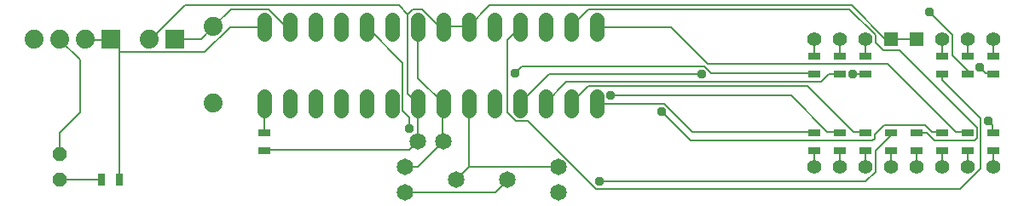
<source format=gtl>
G75*
%MOIN*%
%OFA0B0*%
%FSLAX25Y25*%
%IPPOS*%
%LPD*%
%AMOC8*
5,1,8,0,0,1.08239X$1,22.5*
%
%ADD10C,0.06500*%
%ADD11R,0.07400X0.07400*%
%ADD12C,0.07400*%
%ADD13C,0.05600*%
%ADD14R,0.04724X0.03150*%
%ADD15OC8,0.05600*%
%ADD16R,0.03150X0.04724*%
%ADD17C,0.05550*%
%ADD18R,0.05550X0.05550*%
%ADD19C,0.00700*%
%ADD20OC8,0.03500*%
D10*
X0156000Y0013500D03*
X0176000Y0018500D03*
X0196000Y0018500D03*
X0216000Y0013500D03*
X0216000Y0023500D03*
X0171000Y0033500D03*
X0161000Y0033500D03*
X0156000Y0023500D03*
D11*
X0066000Y0073500D03*
X0041000Y0073500D03*
D12*
X0031000Y0073500D03*
X0021000Y0073500D03*
X0011000Y0073500D03*
X0056000Y0073500D03*
X0081000Y0078500D03*
X0081000Y0048500D03*
D13*
X0101000Y0045700D02*
X0101000Y0051300D01*
X0111000Y0051300D02*
X0111000Y0045700D01*
X0121000Y0045700D02*
X0121000Y0051300D01*
X0131000Y0051300D02*
X0131000Y0045700D01*
X0141000Y0045700D02*
X0141000Y0051300D01*
X0151000Y0051300D02*
X0151000Y0045700D01*
X0161000Y0045700D02*
X0161000Y0051300D01*
X0171000Y0051300D02*
X0171000Y0045700D01*
X0181000Y0045700D02*
X0181000Y0051300D01*
X0191000Y0051300D02*
X0191000Y0045700D01*
X0201000Y0045700D02*
X0201000Y0051300D01*
X0211000Y0051300D02*
X0211000Y0045700D01*
X0221000Y0045700D02*
X0221000Y0051300D01*
X0231000Y0051300D02*
X0231000Y0045700D01*
X0231000Y0075700D02*
X0231000Y0081300D01*
X0221000Y0081300D02*
X0221000Y0075700D01*
X0211000Y0075700D02*
X0211000Y0081300D01*
X0201000Y0081300D02*
X0201000Y0075700D01*
X0191000Y0075700D02*
X0191000Y0081300D01*
X0181000Y0081300D02*
X0181000Y0075700D01*
X0171000Y0075700D02*
X0171000Y0081300D01*
X0161000Y0081300D02*
X0161000Y0075700D01*
X0151000Y0075700D02*
X0151000Y0081300D01*
X0141000Y0081300D02*
X0141000Y0075700D01*
X0131000Y0075700D02*
X0131000Y0081300D01*
X0121000Y0081300D02*
X0121000Y0075700D01*
X0111000Y0075700D02*
X0111000Y0081300D01*
X0101000Y0081300D02*
X0101000Y0075700D01*
D14*
X0101000Y0037043D03*
X0101000Y0029957D03*
X0316000Y0029957D03*
X0326000Y0029957D03*
X0336000Y0029957D03*
X0346000Y0029957D03*
X0356000Y0029957D03*
X0366000Y0029957D03*
X0376000Y0029957D03*
X0386000Y0029957D03*
X0386000Y0037043D03*
X0376000Y0037043D03*
X0366000Y0037043D03*
X0356000Y0037043D03*
X0346000Y0037043D03*
X0336000Y0037043D03*
X0326000Y0037043D03*
X0316000Y0037043D03*
X0316000Y0059957D03*
X0326000Y0059957D03*
X0336000Y0059957D03*
X0366000Y0059957D03*
X0376000Y0059957D03*
X0386000Y0059957D03*
X0386000Y0067043D03*
X0376000Y0067043D03*
X0366000Y0067043D03*
X0336000Y0067043D03*
X0326000Y0067043D03*
X0316000Y0067043D03*
D15*
X0021000Y0018500D03*
X0021000Y0028500D03*
D16*
X0037457Y0018500D03*
X0044543Y0018500D03*
D17*
X0316000Y0023500D03*
X0326000Y0023500D03*
X0336000Y0023500D03*
X0346000Y0023500D03*
X0356000Y0023500D03*
X0366000Y0023500D03*
X0376000Y0023500D03*
X0386000Y0023500D03*
X0386000Y0073500D03*
X0376000Y0073500D03*
X0366000Y0073500D03*
X0336000Y0073500D03*
X0326000Y0073500D03*
X0316000Y0073500D03*
D18*
X0346000Y0073500D03*
X0356000Y0073500D03*
D19*
X0355750Y0073750D01*
X0346000Y0073750D01*
X0346000Y0073500D01*
X0346000Y0073750D02*
X0343750Y0073750D01*
X0330625Y0086875D01*
X0189250Y0086875D01*
X0181000Y0078625D01*
X0181000Y0078500D01*
X0181000Y0078625D02*
X0171250Y0078625D01*
X0171000Y0078500D01*
X0170875Y0078625D01*
X0169375Y0078625D01*
X0162625Y0085375D01*
X0159250Y0085375D01*
X0157188Y0083313D01*
X0153625Y0086875D01*
X0070000Y0086875D01*
X0056875Y0073750D01*
X0056125Y0073750D01*
X0056000Y0073500D01*
X0066000Y0073500D02*
X0066250Y0073750D01*
X0076375Y0073750D01*
X0080875Y0078250D01*
X0081000Y0078500D01*
X0081250Y0078625D01*
X0088000Y0085375D01*
X0102625Y0085375D01*
X0109375Y0078625D01*
X0110875Y0078625D01*
X0111000Y0078500D01*
X0101000Y0078500D02*
X0100750Y0078250D01*
X0087625Y0078250D01*
X0077875Y0068500D01*
X0044500Y0068500D01*
X0044500Y0018625D01*
X0044543Y0018500D01*
X0037457Y0018500D02*
X0037375Y0018625D01*
X0021250Y0018625D01*
X0021000Y0018500D01*
X0021000Y0028500D02*
X0021250Y0028750D01*
X0021250Y0037000D01*
X0029125Y0044875D01*
X0029125Y0065500D01*
X0021250Y0073375D01*
X0021000Y0073500D01*
X0031000Y0073375D02*
X0031000Y0073500D01*
X0031000Y0073375D02*
X0040750Y0073375D01*
X0041000Y0073500D01*
X0044500Y0070000D01*
X0044500Y0068500D01*
X0141000Y0078500D02*
X0155125Y0064375D01*
X0155125Y0045625D01*
X0157750Y0043000D01*
X0157750Y0038500D01*
X0161125Y0033625D02*
X0161000Y0033500D01*
X0157750Y0030250D01*
X0101125Y0030250D01*
X0101000Y0029957D01*
X0101000Y0037043D02*
X0101125Y0037375D01*
X0101125Y0048250D01*
X0101000Y0048500D01*
X0157000Y0052375D02*
X0160750Y0048625D01*
X0161000Y0048500D01*
X0161125Y0048250D01*
X0161125Y0033625D01*
X0170875Y0033625D02*
X0171000Y0033500D01*
X0170875Y0033250D01*
X0161125Y0023500D01*
X0156000Y0023500D01*
X0176000Y0018500D02*
X0181000Y0023500D01*
X0216000Y0023500D01*
X0196000Y0018500D02*
X0196000Y0018250D01*
X0191500Y0013750D01*
X0156250Y0013750D01*
X0156000Y0013500D01*
X0181000Y0023500D02*
X0181000Y0048500D01*
X0171000Y0048500D02*
X0170875Y0048250D01*
X0170875Y0033625D01*
X0196000Y0044875D02*
X0199375Y0041500D01*
X0204250Y0041500D01*
X0230875Y0014875D01*
X0373000Y0014875D01*
X0381250Y0023125D01*
X0381250Y0042625D01*
X0366250Y0057625D01*
X0366250Y0059875D01*
X0366000Y0059957D01*
X0370000Y0067375D02*
X0376000Y0061375D01*
X0376000Y0059957D01*
X0380875Y0062500D02*
X0383125Y0060250D01*
X0385750Y0060250D01*
X0386000Y0059957D01*
X0386000Y0067043D02*
X0386125Y0067375D01*
X0386125Y0073375D01*
X0386000Y0073500D01*
X0376000Y0073500D02*
X0376000Y0067043D01*
X0370000Y0067375D02*
X0370000Y0075250D01*
X0361000Y0084250D01*
X0340000Y0075250D02*
X0329875Y0085375D01*
X0227875Y0085375D01*
X0221000Y0078500D01*
X0231000Y0078500D02*
X0231250Y0078250D01*
X0260125Y0078250D01*
X0274375Y0064000D01*
X0344875Y0064000D01*
X0371500Y0037375D01*
X0376000Y0037375D01*
X0376000Y0037043D01*
X0378625Y0034000D02*
X0379750Y0035125D01*
X0379750Y0038875D01*
X0349375Y0069250D01*
X0343000Y0069250D01*
X0340000Y0072250D01*
X0340000Y0075250D01*
X0336250Y0073375D02*
X0336000Y0073500D01*
X0336250Y0073375D02*
X0336250Y0067375D01*
X0336000Y0067043D01*
X0326125Y0067375D02*
X0326000Y0067043D01*
X0326125Y0067375D02*
X0326125Y0073375D01*
X0326000Y0073500D01*
X0316000Y0073500D02*
X0316000Y0067043D01*
X0316000Y0060250D02*
X0316000Y0059957D01*
X0316000Y0060250D02*
X0275875Y0060250D01*
X0273250Y0062875D01*
X0201625Y0062875D01*
X0199000Y0060250D01*
X0201250Y0048625D02*
X0212500Y0059875D01*
X0272125Y0059875D01*
X0313375Y0055375D02*
X0227875Y0055375D01*
X0221000Y0048500D01*
X0219250Y0056875D02*
X0211000Y0048625D01*
X0211000Y0048500D01*
X0201250Y0048625D02*
X0201000Y0048500D01*
X0196000Y0044875D02*
X0196000Y0073375D01*
X0200875Y0078250D01*
X0201000Y0078500D01*
X0161125Y0078250D02*
X0161000Y0078500D01*
X0161125Y0078250D02*
X0161125Y0058375D01*
X0171000Y0048500D01*
X0157000Y0052375D02*
X0157000Y0083125D01*
X0157188Y0083313D01*
X0219250Y0056875D02*
X0318625Y0056875D01*
X0321625Y0059875D01*
X0325750Y0059875D01*
X0326000Y0059957D01*
X0331000Y0059875D02*
X0335875Y0059875D01*
X0336000Y0059957D01*
X0331375Y0037375D02*
X0313375Y0055375D01*
X0307000Y0051625D02*
X0236500Y0051625D01*
X0231250Y0048250D02*
X0231000Y0048500D01*
X0231250Y0048250D02*
X0257500Y0048250D01*
X0268375Y0037375D01*
X0316000Y0037375D01*
X0316000Y0037043D01*
X0321250Y0037375D02*
X0307000Y0051625D01*
X0267625Y0034000D02*
X0256375Y0045250D01*
X0267625Y0034000D02*
X0338875Y0034000D01*
X0339625Y0034750D01*
X0339625Y0036250D01*
X0343375Y0040000D01*
X0359500Y0040000D01*
X0362125Y0037375D01*
X0365875Y0037375D01*
X0366000Y0037043D01*
X0363250Y0034000D02*
X0360250Y0037000D01*
X0356125Y0037000D01*
X0356000Y0037043D01*
X0346000Y0037043D02*
X0346000Y0035875D01*
X0340000Y0029875D01*
X0340000Y0021625D01*
X0336250Y0017875D01*
X0232000Y0017875D01*
X0316000Y0023500D02*
X0316000Y0029957D01*
X0326000Y0029957D02*
X0326125Y0029875D01*
X0326125Y0023500D01*
X0326000Y0023500D01*
X0336000Y0023500D02*
X0336250Y0023500D01*
X0336250Y0029875D01*
X0336000Y0029957D01*
X0346000Y0029957D02*
X0346000Y0023500D01*
X0356000Y0023500D02*
X0356125Y0023500D01*
X0356125Y0029875D01*
X0356000Y0029957D01*
X0366000Y0029957D02*
X0366250Y0029875D01*
X0366250Y0023500D01*
X0366000Y0023500D01*
X0376000Y0023500D02*
X0376000Y0029957D01*
X0386000Y0029957D02*
X0386125Y0029875D01*
X0386125Y0023500D01*
X0386000Y0023500D01*
X0378625Y0034000D02*
X0363250Y0034000D01*
X0385750Y0037375D02*
X0386000Y0037043D01*
X0385750Y0037375D02*
X0385750Y0040000D01*
X0384250Y0041500D01*
X0336000Y0037043D02*
X0335875Y0037375D01*
X0331375Y0037375D01*
X0326000Y0037043D02*
X0325750Y0037375D01*
X0321250Y0037375D01*
X0366000Y0067043D02*
X0366250Y0067375D01*
X0366250Y0073375D01*
X0366000Y0073500D01*
D20*
X0361000Y0084250D03*
X0380875Y0062500D03*
X0331000Y0059875D03*
X0272125Y0059875D03*
X0236500Y0051625D03*
X0256375Y0045250D03*
X0199000Y0060250D03*
X0157750Y0038500D03*
X0232000Y0017875D03*
X0384250Y0041500D03*
M02*

</source>
